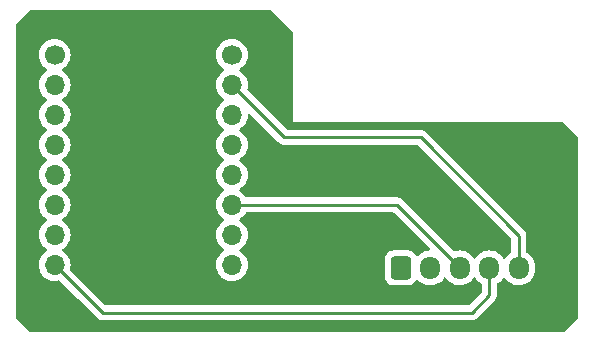
<source format=gbr>
%TF.GenerationSoftware,KiCad,Pcbnew,7.0.6-0*%
%TF.CreationDate,2023-11-24T14:46:05+00:00*%
%TF.ProjectId,TPoS Printer,54506f53-2050-4726-996e-7465722e6b69,rev?*%
%TF.SameCoordinates,Original*%
%TF.FileFunction,Copper,L2,Bot*%
%TF.FilePolarity,Positive*%
%FSLAX46Y46*%
G04 Gerber Fmt 4.6, Leading zero omitted, Abs format (unit mm)*
G04 Created by KiCad (PCBNEW 7.0.6-0) date 2023-11-24 14:46:05*
%MOMM*%
%LPD*%
G01*
G04 APERTURE LIST*
G04 Aperture macros list*
%AMRoundRect*
0 Rectangle with rounded corners*
0 $1 Rounding radius*
0 $2 $3 $4 $5 $6 $7 $8 $9 X,Y pos of 4 corners*
0 Add a 4 corners polygon primitive as box body*
4,1,4,$2,$3,$4,$5,$6,$7,$8,$9,$2,$3,0*
0 Add four circle primitives for the rounded corners*
1,1,$1+$1,$2,$3*
1,1,$1+$1,$4,$5*
1,1,$1+$1,$6,$7*
1,1,$1+$1,$8,$9*
0 Add four rect primitives between the rounded corners*
20,1,$1+$1,$2,$3,$4,$5,0*
20,1,$1+$1,$4,$5,$6,$7,0*
20,1,$1+$1,$6,$7,$8,$9,0*
20,1,$1+$1,$8,$9,$2,$3,0*%
G04 Aperture macros list end*
%TA.AperFunction,ComponentPad*%
%ADD10RoundRect,0.250000X-0.600000X-0.725000X0.600000X-0.725000X0.600000X0.725000X-0.600000X0.725000X0*%
%TD*%
%TA.AperFunction,ComponentPad*%
%ADD11O,1.700000X1.950000*%
%TD*%
%TA.AperFunction,ComponentPad*%
%ADD12C,1.700000*%
%TD*%
%TA.AperFunction,ComponentPad*%
%ADD13O,1.700000X1.700000*%
%TD*%
%TA.AperFunction,Conductor*%
%ADD14C,0.250000*%
%TD*%
G04 APERTURE END LIST*
D10*
%TO.P,JST_XH_B5B-XH-A_1x05,1*%
%TO.N,N/C*%
X97376000Y-67564000D03*
D11*
%TO.P,JST_XH_B5B-XH-A_1x05,2*%
X99876000Y-67564000D03*
%TO.P,JST_XH_B5B-XH-A_1x05,3*%
X102376000Y-67564000D03*
%TO.P,JST_XH_B5B-XH-A_1x05,4*%
X104876000Y-67564000D03*
%TO.P,JST_XH_B5B-XH-A_1x05,5*%
X107376000Y-67564000D03*
%TD*%
D12*
%TO.P,REF\u002A\u002A,1*%
%TO.N,N/C*%
X68072000Y-49530000D03*
D13*
%TO.P,REF\u002A\u002A,2*%
X68072000Y-52070000D03*
%TO.P,REF\u002A\u002A,3*%
X68072000Y-54610000D03*
%TO.P,REF\u002A\u002A,4*%
X68072000Y-57150000D03*
%TO.P,REF\u002A\u002A,5*%
X68072000Y-59690000D03*
%TO.P,REF\u002A\u002A,6*%
X68072000Y-62230000D03*
%TO.P,REF\u002A\u002A,7*%
X68072000Y-64770000D03*
%TO.P,REF\u002A\u002A,8*%
X68072000Y-67310000D03*
%TD*%
D12*
%TO.P,REF\u002A\u002A,1*%
%TO.N,N/C*%
X83072000Y-49530000D03*
D13*
%TO.P,REF\u002A\u002A,2*%
X83072000Y-52070000D03*
%TO.P,REF\u002A\u002A,3*%
X83072000Y-54610000D03*
%TO.P,REF\u002A\u002A,4*%
X83072000Y-57150000D03*
%TO.P,REF\u002A\u002A,5*%
X83072000Y-59690000D03*
%TO.P,REF\u002A\u002A,6*%
X83072000Y-62230000D03*
%TO.P,REF\u002A\u002A,7*%
X83072000Y-64770000D03*
%TO.P,REF\u002A\u002A,8*%
X83072000Y-67310000D03*
%TD*%
D14*
%TO.N,*%
X83072000Y-52070000D02*
X87517000Y-56515000D01*
X87517000Y-56515000D02*
X99060000Y-56515000D01*
X99060000Y-56515000D02*
X107376000Y-64831000D01*
X107376000Y-64831000D02*
X107376000Y-67564000D01*
X83072000Y-62230000D02*
X97042000Y-62230000D01*
X103378000Y-71374000D02*
X104876000Y-69876000D01*
X72136000Y-71374000D02*
X103378000Y-71374000D01*
X97042000Y-62230000D02*
X102376000Y-67564000D01*
X104876000Y-69876000D02*
X104876000Y-67564000D01*
X68072000Y-67310000D02*
X72136000Y-71374000D01*
%TD*%
%TA.AperFunction,NonConductor*%
G36*
X86375677Y-45739685D02*
G01*
X86396319Y-45756319D01*
X88228681Y-47588681D01*
X88262166Y-47650004D01*
X88265000Y-47676362D01*
X88265000Y-55245000D01*
X111073638Y-55245000D01*
X111140677Y-55264685D01*
X111161319Y-55281319D01*
X112358681Y-56478681D01*
X112392166Y-56540004D01*
X112395000Y-56566362D01*
X112395000Y-71703638D01*
X112375315Y-71770677D01*
X112358681Y-71791319D01*
X111161319Y-72988681D01*
X111099996Y-73022166D01*
X111073638Y-73025000D01*
X66091362Y-73025000D01*
X66024323Y-73005315D01*
X66003681Y-72988681D01*
X64806319Y-71791319D01*
X64772834Y-71729996D01*
X64770000Y-71703638D01*
X64770000Y-67310000D01*
X66716341Y-67310000D01*
X66736936Y-67545403D01*
X66736938Y-67545413D01*
X66798094Y-67773655D01*
X66798096Y-67773659D01*
X66798097Y-67773663D01*
X66868391Y-67924408D01*
X66897965Y-67987830D01*
X66897967Y-67987834D01*
X67006281Y-68142521D01*
X67033505Y-68181401D01*
X67200599Y-68348495D01*
X67251457Y-68384106D01*
X67394165Y-68484032D01*
X67394167Y-68484033D01*
X67394170Y-68484035D01*
X67608337Y-68583903D01*
X67836592Y-68645063D01*
X68024918Y-68661539D01*
X68071999Y-68665659D01*
X68072000Y-68665659D01*
X68072001Y-68665659D01*
X68111234Y-68662226D01*
X68307408Y-68645063D01*
X68407873Y-68618143D01*
X68477722Y-68619806D01*
X68527646Y-68650236D01*
X70090164Y-70212755D01*
X71635197Y-71757788D01*
X71645022Y-71770051D01*
X71645243Y-71769869D01*
X71650214Y-71775878D01*
X71671043Y-71795437D01*
X71700635Y-71823226D01*
X71721529Y-71844120D01*
X71727011Y-71848373D01*
X71731443Y-71852157D01*
X71765418Y-71884062D01*
X71782976Y-71893714D01*
X71799233Y-71904393D01*
X71815064Y-71916673D01*
X71834737Y-71925186D01*
X71857833Y-71935182D01*
X71863077Y-71937750D01*
X71903908Y-71960197D01*
X71916523Y-71963435D01*
X71923305Y-71965177D01*
X71941719Y-71971481D01*
X71960104Y-71979438D01*
X72006157Y-71986732D01*
X72011826Y-71987906D01*
X72056981Y-71999500D01*
X72077016Y-71999500D01*
X72096413Y-72001026D01*
X72116196Y-72004160D01*
X72162583Y-71999775D01*
X72168422Y-71999500D01*
X103295257Y-71999500D01*
X103310877Y-72001224D01*
X103310904Y-72000939D01*
X103318660Y-72001671D01*
X103318667Y-72001673D01*
X103387814Y-71999500D01*
X103417350Y-71999500D01*
X103424228Y-71998630D01*
X103430041Y-71998172D01*
X103476627Y-71996709D01*
X103495869Y-71991117D01*
X103514912Y-71987174D01*
X103534792Y-71984664D01*
X103578122Y-71967507D01*
X103583646Y-71965617D01*
X103587396Y-71964527D01*
X103628390Y-71952618D01*
X103645629Y-71942422D01*
X103663103Y-71933862D01*
X103681727Y-71926488D01*
X103681727Y-71926487D01*
X103681732Y-71926486D01*
X103719449Y-71899082D01*
X103724305Y-71895892D01*
X103764420Y-71872170D01*
X103778589Y-71857999D01*
X103793379Y-71845368D01*
X103809587Y-71833594D01*
X103839299Y-71797676D01*
X103843212Y-71793376D01*
X105259787Y-70376802D01*
X105272042Y-70366986D01*
X105271859Y-70366764D01*
X105277866Y-70361792D01*
X105277877Y-70361786D01*
X105308775Y-70328882D01*
X105325227Y-70311364D01*
X105335671Y-70300918D01*
X105346120Y-70290471D01*
X105350379Y-70284978D01*
X105354152Y-70280561D01*
X105386062Y-70246582D01*
X105395715Y-70229020D01*
X105406389Y-70212770D01*
X105418673Y-70196936D01*
X105437180Y-70154167D01*
X105439749Y-70148924D01*
X105462196Y-70108093D01*
X105462197Y-70108092D01*
X105467177Y-70088691D01*
X105473478Y-70070288D01*
X105481438Y-70051896D01*
X105488730Y-70005849D01*
X105489911Y-70000152D01*
X105501500Y-69955019D01*
X105501500Y-69934982D01*
X105503027Y-69915582D01*
X105506160Y-69895804D01*
X105501775Y-69849415D01*
X105501500Y-69843577D01*
X105501500Y-68964225D01*
X105521185Y-68897186D01*
X105554373Y-68862653D01*
X105747401Y-68727495D01*
X105914495Y-68560401D01*
X106024426Y-68403401D01*
X106079001Y-68359778D01*
X106148500Y-68352584D01*
X106210855Y-68384106D01*
X106227571Y-68403398D01*
X106284033Y-68484035D01*
X106337506Y-68560403D01*
X106422165Y-68645061D01*
X106504599Y-68727495D01*
X106547675Y-68757657D01*
X106698165Y-68863032D01*
X106698167Y-68863033D01*
X106698170Y-68863035D01*
X106912337Y-68962903D01*
X106912343Y-68962904D01*
X106912344Y-68962905D01*
X106953050Y-68973812D01*
X107140592Y-69024063D01*
X107317034Y-69039500D01*
X107375999Y-69044659D01*
X107376000Y-69044659D01*
X107376001Y-69044659D01*
X107434966Y-69039500D01*
X107611408Y-69024063D01*
X107839663Y-68962903D01*
X108053829Y-68863035D01*
X108247401Y-68727495D01*
X108414495Y-68560401D01*
X108550035Y-68366829D01*
X108649903Y-68152663D01*
X108711063Y-67924408D01*
X108726500Y-67747966D01*
X108726500Y-67380034D01*
X108711063Y-67203592D01*
X108649903Y-66975337D01*
X108550035Y-66761171D01*
X108537936Y-66743891D01*
X108414494Y-66567597D01*
X108247402Y-66400506D01*
X108247401Y-66400505D01*
X108063170Y-66271505D01*
X108054376Y-66265347D01*
X108010751Y-66210770D01*
X108001500Y-66163772D01*
X108001500Y-64913742D01*
X108003224Y-64898123D01*
X108002939Y-64898097D01*
X108003671Y-64890339D01*
X108003673Y-64890333D01*
X108001499Y-64821185D01*
X108001500Y-64791650D01*
X108000631Y-64784770D01*
X108000172Y-64778943D01*
X107998709Y-64732372D01*
X107993122Y-64713144D01*
X107989174Y-64694084D01*
X107986663Y-64674204D01*
X107969512Y-64630887D01*
X107967619Y-64625358D01*
X107954618Y-64580609D01*
X107954616Y-64580606D01*
X107944423Y-64563371D01*
X107935861Y-64545894D01*
X107928487Y-64527270D01*
X107928486Y-64527268D01*
X107901079Y-64489545D01*
X107897888Y-64484686D01*
X107874172Y-64444583D01*
X107874165Y-64444574D01*
X107860006Y-64430415D01*
X107847368Y-64415619D01*
X107835594Y-64399413D01*
X107799688Y-64369709D01*
X107795376Y-64365786D01*
X99560803Y-56131212D01*
X99550980Y-56118950D01*
X99550759Y-56119134D01*
X99545786Y-56113123D01*
X99544059Y-56111501D01*
X99495364Y-56065773D01*
X99484919Y-56055328D01*
X99474475Y-56044883D01*
X99468986Y-56040625D01*
X99464561Y-56036847D01*
X99430582Y-56004938D01*
X99430580Y-56004936D01*
X99430577Y-56004935D01*
X99413029Y-55995288D01*
X99396763Y-55984604D01*
X99380933Y-55972325D01*
X99338168Y-55953818D01*
X99332922Y-55951248D01*
X99292093Y-55928803D01*
X99292092Y-55928802D01*
X99272693Y-55923822D01*
X99254281Y-55917518D01*
X99235898Y-55909562D01*
X99235892Y-55909560D01*
X99189874Y-55902272D01*
X99184152Y-55901087D01*
X99139021Y-55889500D01*
X99139019Y-55889500D01*
X99118984Y-55889500D01*
X99099586Y-55887973D01*
X99092162Y-55886797D01*
X99079805Y-55884840D01*
X99079804Y-55884840D01*
X99033416Y-55889225D01*
X99027578Y-55889500D01*
X87827453Y-55889500D01*
X87760414Y-55869815D01*
X87739772Y-55853181D01*
X84412237Y-52525646D01*
X84378752Y-52464323D01*
X84380142Y-52405876D01*
X84407063Y-52305408D01*
X84427659Y-52070000D01*
X84407063Y-51834592D01*
X84345903Y-51606337D01*
X84246035Y-51392171D01*
X84110495Y-51198599D01*
X84110494Y-51198597D01*
X83943402Y-51031506D01*
X83943396Y-51031501D01*
X83757842Y-50901575D01*
X83714217Y-50846998D01*
X83707023Y-50777500D01*
X83738546Y-50715145D01*
X83757842Y-50698425D01*
X83780026Y-50682891D01*
X83943401Y-50568495D01*
X84110495Y-50401401D01*
X84246035Y-50207830D01*
X84345903Y-49993663D01*
X84407063Y-49765408D01*
X84427659Y-49530000D01*
X84407063Y-49294592D01*
X84345903Y-49066337D01*
X84246035Y-48852171D01*
X84110495Y-48658599D01*
X84110494Y-48658597D01*
X83943402Y-48491506D01*
X83943395Y-48491501D01*
X83749834Y-48355967D01*
X83749830Y-48355965D01*
X83749829Y-48355964D01*
X83535663Y-48256097D01*
X83535659Y-48256096D01*
X83535655Y-48256094D01*
X83307413Y-48194938D01*
X83307403Y-48194936D01*
X83072001Y-48174341D01*
X83071999Y-48174341D01*
X82836596Y-48194936D01*
X82836586Y-48194938D01*
X82608344Y-48256094D01*
X82608335Y-48256098D01*
X82394171Y-48355964D01*
X82394169Y-48355965D01*
X82200597Y-48491505D01*
X82033505Y-48658597D01*
X81897965Y-48852169D01*
X81897964Y-48852171D01*
X81798098Y-49066335D01*
X81798094Y-49066344D01*
X81736938Y-49294586D01*
X81736936Y-49294596D01*
X81716341Y-49529999D01*
X81716341Y-49530000D01*
X81736936Y-49765403D01*
X81736938Y-49765413D01*
X81798094Y-49993655D01*
X81798096Y-49993659D01*
X81798097Y-49993663D01*
X81897965Y-50207830D01*
X81897967Y-50207834D01*
X82033501Y-50401395D01*
X82033506Y-50401402D01*
X82200597Y-50568493D01*
X82200603Y-50568498D01*
X82386158Y-50698425D01*
X82429783Y-50753002D01*
X82436977Y-50822500D01*
X82405454Y-50884855D01*
X82386158Y-50901575D01*
X82200597Y-51031505D01*
X82033505Y-51198597D01*
X81897965Y-51392169D01*
X81897964Y-51392171D01*
X81798098Y-51606335D01*
X81798094Y-51606344D01*
X81736938Y-51834586D01*
X81736936Y-51834596D01*
X81716341Y-52069999D01*
X81716341Y-52070000D01*
X81736936Y-52305403D01*
X81736938Y-52305413D01*
X81798094Y-52533655D01*
X81798096Y-52533659D01*
X81798097Y-52533663D01*
X81897965Y-52747829D01*
X81897965Y-52747830D01*
X81897967Y-52747834D01*
X82033501Y-52941395D01*
X82033506Y-52941402D01*
X82200597Y-53108493D01*
X82200603Y-53108498D01*
X82386158Y-53238425D01*
X82429783Y-53293002D01*
X82436977Y-53362500D01*
X82405454Y-53424855D01*
X82386158Y-53441575D01*
X82200597Y-53571505D01*
X82033505Y-53738597D01*
X81897965Y-53932169D01*
X81897964Y-53932171D01*
X81798098Y-54146335D01*
X81798094Y-54146344D01*
X81736938Y-54374586D01*
X81736936Y-54374596D01*
X81716341Y-54609999D01*
X81716341Y-54610000D01*
X81736936Y-54845403D01*
X81736938Y-54845413D01*
X81798094Y-55073655D01*
X81798096Y-55073659D01*
X81798097Y-55073663D01*
X81877993Y-55245000D01*
X81897965Y-55287830D01*
X81897967Y-55287834D01*
X82033501Y-55481395D01*
X82033506Y-55481402D01*
X82200597Y-55648493D01*
X82200603Y-55648498D01*
X82386158Y-55778425D01*
X82429783Y-55833002D01*
X82436977Y-55902500D01*
X82405454Y-55964855D01*
X82386158Y-55981575D01*
X82200597Y-56111505D01*
X82033505Y-56278597D01*
X81897965Y-56472169D01*
X81897964Y-56472171D01*
X81798098Y-56686335D01*
X81798094Y-56686344D01*
X81736938Y-56914586D01*
X81736936Y-56914596D01*
X81716341Y-57149999D01*
X81716341Y-57150000D01*
X81736936Y-57385403D01*
X81736938Y-57385413D01*
X81798094Y-57613655D01*
X81798096Y-57613659D01*
X81798097Y-57613663D01*
X81897965Y-57827829D01*
X81897965Y-57827830D01*
X81897967Y-57827834D01*
X82033501Y-58021395D01*
X82033506Y-58021402D01*
X82200597Y-58188493D01*
X82200603Y-58188498D01*
X82386158Y-58318425D01*
X82429783Y-58373002D01*
X82436977Y-58442500D01*
X82405454Y-58504855D01*
X82386158Y-58521575D01*
X82200597Y-58651505D01*
X82033505Y-58818597D01*
X81897965Y-59012169D01*
X81897964Y-59012171D01*
X81798098Y-59226335D01*
X81798094Y-59226344D01*
X81736938Y-59454586D01*
X81736936Y-59454596D01*
X81716341Y-59689999D01*
X81716341Y-59690000D01*
X81736936Y-59925403D01*
X81736938Y-59925413D01*
X81798094Y-60153655D01*
X81798096Y-60153659D01*
X81798097Y-60153663D01*
X81897965Y-60367830D01*
X81897967Y-60367834D01*
X82033501Y-60561395D01*
X82033506Y-60561402D01*
X82200597Y-60728493D01*
X82200603Y-60728498D01*
X82386158Y-60858425D01*
X82429783Y-60913002D01*
X82436977Y-60982500D01*
X82405454Y-61044855D01*
X82386158Y-61061575D01*
X82200597Y-61191505D01*
X82033505Y-61358597D01*
X81897965Y-61552169D01*
X81897964Y-61552171D01*
X81798098Y-61766335D01*
X81798094Y-61766344D01*
X81736938Y-61994586D01*
X81736936Y-61994596D01*
X81716341Y-62229999D01*
X81716341Y-62230000D01*
X81736936Y-62465403D01*
X81736938Y-62465413D01*
X81798094Y-62693655D01*
X81798096Y-62693659D01*
X81798097Y-62693663D01*
X81873563Y-62855500D01*
X81897965Y-62907830D01*
X81897967Y-62907834D01*
X82006281Y-63062521D01*
X82033501Y-63101396D01*
X82033506Y-63101402D01*
X82200597Y-63268493D01*
X82200603Y-63268498D01*
X82386158Y-63398425D01*
X82429783Y-63453002D01*
X82436977Y-63522500D01*
X82405454Y-63584855D01*
X82386158Y-63601575D01*
X82200597Y-63731505D01*
X82033505Y-63898597D01*
X81897965Y-64092169D01*
X81897964Y-64092171D01*
X81798098Y-64306335D01*
X81798094Y-64306344D01*
X81736938Y-64534586D01*
X81736936Y-64534596D01*
X81716341Y-64769999D01*
X81716341Y-64770000D01*
X81736936Y-65005403D01*
X81736938Y-65005413D01*
X81798094Y-65233655D01*
X81798096Y-65233659D01*
X81798097Y-65233663D01*
X81897965Y-65447830D01*
X81897967Y-65447834D01*
X82033501Y-65641395D01*
X82033506Y-65641402D01*
X82200597Y-65808493D01*
X82200603Y-65808498D01*
X82386158Y-65938425D01*
X82429783Y-65993002D01*
X82436977Y-66062500D01*
X82405454Y-66124855D01*
X82386158Y-66141575D01*
X82200597Y-66271505D01*
X82033505Y-66438597D01*
X81897965Y-66632169D01*
X81897964Y-66632171D01*
X81798098Y-66846335D01*
X81798094Y-66846344D01*
X81736938Y-67074586D01*
X81736936Y-67074596D01*
X81716341Y-67309999D01*
X81716341Y-67310000D01*
X81736936Y-67545403D01*
X81736938Y-67545413D01*
X81798094Y-67773655D01*
X81798096Y-67773659D01*
X81798097Y-67773663D01*
X81868391Y-67924408D01*
X81897965Y-67987830D01*
X81897967Y-67987834D01*
X82006281Y-68142521D01*
X82033505Y-68181401D01*
X82200599Y-68348495D01*
X82251457Y-68384106D01*
X82394165Y-68484032D01*
X82394167Y-68484033D01*
X82394170Y-68484035D01*
X82608337Y-68583903D01*
X82836592Y-68645063D01*
X83024918Y-68661539D01*
X83071999Y-68665659D01*
X83072000Y-68665659D01*
X83072001Y-68665659D01*
X83111234Y-68662226D01*
X83307408Y-68645063D01*
X83535663Y-68583903D01*
X83749830Y-68484035D01*
X83943401Y-68348495D01*
X84110495Y-68181401D01*
X84246035Y-67987830D01*
X84345903Y-67773663D01*
X84407063Y-67545408D01*
X84427659Y-67310000D01*
X84407063Y-67074592D01*
X84345903Y-66846337D01*
X84246035Y-66632171D01*
X84200822Y-66567599D01*
X84110494Y-66438597D01*
X83943402Y-66271506D01*
X83943396Y-66271501D01*
X83757842Y-66141575D01*
X83714217Y-66086998D01*
X83707023Y-66017500D01*
X83738546Y-65955145D01*
X83757842Y-65938425D01*
X83834902Y-65884467D01*
X83943401Y-65808495D01*
X84110495Y-65641401D01*
X84246035Y-65447830D01*
X84345903Y-65233663D01*
X84407063Y-65005408D01*
X84427659Y-64770000D01*
X84407063Y-64534592D01*
X84345903Y-64306337D01*
X84246035Y-64092171D01*
X84110495Y-63898599D01*
X84110494Y-63898597D01*
X83943402Y-63731506D01*
X83943396Y-63731501D01*
X83757842Y-63601575D01*
X83714217Y-63546998D01*
X83707023Y-63477500D01*
X83738546Y-63415145D01*
X83757842Y-63398425D01*
X83780026Y-63382891D01*
X83943401Y-63268495D01*
X84110495Y-63101401D01*
X84245651Y-62908377D01*
X84300229Y-62864752D01*
X84347227Y-62855500D01*
X96731548Y-62855500D01*
X96798587Y-62875185D01*
X96819229Y-62891819D01*
X99811877Y-65884467D01*
X99845362Y-65945790D01*
X99840378Y-66015482D01*
X99798506Y-66071415D01*
X99735005Y-66095676D01*
X99640596Y-66103936D01*
X99640586Y-66103938D01*
X99412344Y-66165094D01*
X99412335Y-66165098D01*
X99198171Y-66264964D01*
X99198169Y-66264965D01*
X99004597Y-66400505D01*
X98857398Y-66547705D01*
X98796075Y-66581190D01*
X98726383Y-66576206D01*
X98670450Y-66534334D01*
X98664178Y-66525120D01*
X98568712Y-66370344D01*
X98444657Y-66246289D01*
X98444656Y-66246289D01*
X98444656Y-66246288D01*
X98339137Y-66181204D01*
X98295336Y-66154187D01*
X98295331Y-66154185D01*
X98293862Y-66153698D01*
X98128797Y-66099001D01*
X98128795Y-66099000D01*
X98026010Y-66088500D01*
X96725998Y-66088500D01*
X96725981Y-66088501D01*
X96623203Y-66099000D01*
X96623200Y-66099001D01*
X96456668Y-66154185D01*
X96456663Y-66154187D01*
X96307342Y-66246289D01*
X96183289Y-66370342D01*
X96091187Y-66519663D01*
X96091185Y-66519668D01*
X96072450Y-66576206D01*
X96036001Y-66686203D01*
X96036001Y-66686204D01*
X96036000Y-66686204D01*
X96025500Y-66788983D01*
X96025500Y-68339001D01*
X96025501Y-68339018D01*
X96036000Y-68441796D01*
X96036001Y-68441799D01*
X96081894Y-68580294D01*
X96091186Y-68608334D01*
X96183288Y-68757656D01*
X96307344Y-68881712D01*
X96456666Y-68973814D01*
X96623203Y-69028999D01*
X96725991Y-69039500D01*
X98026008Y-69039499D01*
X98128797Y-69028999D01*
X98295334Y-68973814D01*
X98444656Y-68881712D01*
X98568712Y-68757656D01*
X98660814Y-68608334D01*
X98660814Y-68608331D01*
X98664178Y-68602879D01*
X98716126Y-68556154D01*
X98785088Y-68544931D01*
X98849170Y-68572774D01*
X98857398Y-68580294D01*
X99004599Y-68727495D01*
X99047675Y-68757657D01*
X99198165Y-68863032D01*
X99198167Y-68863033D01*
X99198170Y-68863035D01*
X99412337Y-68962903D01*
X99412343Y-68962904D01*
X99412344Y-68962905D01*
X99453050Y-68973812D01*
X99640592Y-69024063D01*
X99817034Y-69039500D01*
X99875999Y-69044659D01*
X99876000Y-69044659D01*
X99876001Y-69044659D01*
X99934966Y-69039500D01*
X100111408Y-69024063D01*
X100339663Y-68962903D01*
X100553829Y-68863035D01*
X100747401Y-68727495D01*
X100914495Y-68560401D01*
X101024426Y-68403401D01*
X101079001Y-68359778D01*
X101148500Y-68352584D01*
X101210855Y-68384106D01*
X101227571Y-68403398D01*
X101284033Y-68484035D01*
X101337506Y-68560403D01*
X101422165Y-68645061D01*
X101504599Y-68727495D01*
X101547675Y-68757657D01*
X101698165Y-68863032D01*
X101698167Y-68863033D01*
X101698170Y-68863035D01*
X101912337Y-68962903D01*
X101912343Y-68962904D01*
X101912344Y-68962905D01*
X101953050Y-68973812D01*
X102140592Y-69024063D01*
X102317034Y-69039500D01*
X102375999Y-69044659D01*
X102376000Y-69044659D01*
X102376001Y-69044659D01*
X102434966Y-69039500D01*
X102611408Y-69024063D01*
X102839663Y-68962903D01*
X103053829Y-68863035D01*
X103247401Y-68727495D01*
X103414495Y-68560401D01*
X103524426Y-68403401D01*
X103579001Y-68359778D01*
X103648500Y-68352584D01*
X103710855Y-68384106D01*
X103727571Y-68403398D01*
X103784033Y-68484035D01*
X103837506Y-68560403D01*
X103922165Y-68645061D01*
X104004599Y-68727495D01*
X104197624Y-68862653D01*
X104241248Y-68917228D01*
X104250500Y-68964226D01*
X104250500Y-69565547D01*
X104230815Y-69632586D01*
X104214181Y-69653228D01*
X103155228Y-70712181D01*
X103093905Y-70745666D01*
X103067547Y-70748500D01*
X72446452Y-70748500D01*
X72379413Y-70728815D01*
X72358771Y-70712181D01*
X69412237Y-67765646D01*
X69378752Y-67704323D01*
X69380142Y-67645876D01*
X69407063Y-67545408D01*
X69427659Y-67310000D01*
X69407063Y-67074592D01*
X69345903Y-66846337D01*
X69246035Y-66632171D01*
X69200822Y-66567599D01*
X69110494Y-66438597D01*
X68943402Y-66271506D01*
X68943396Y-66271501D01*
X68757842Y-66141575D01*
X68714217Y-66086998D01*
X68707023Y-66017500D01*
X68738546Y-65955145D01*
X68757842Y-65938425D01*
X68834902Y-65884467D01*
X68943401Y-65808495D01*
X69110495Y-65641401D01*
X69246035Y-65447830D01*
X69345903Y-65233663D01*
X69407063Y-65005408D01*
X69427659Y-64770000D01*
X69407063Y-64534592D01*
X69345903Y-64306337D01*
X69246035Y-64092171D01*
X69110495Y-63898599D01*
X69110494Y-63898597D01*
X68943402Y-63731506D01*
X68943396Y-63731501D01*
X68757842Y-63601575D01*
X68714217Y-63546998D01*
X68707023Y-63477500D01*
X68738546Y-63415145D01*
X68757842Y-63398425D01*
X68780026Y-63382891D01*
X68943401Y-63268495D01*
X69110495Y-63101401D01*
X69246035Y-62907830D01*
X69345903Y-62693663D01*
X69407063Y-62465408D01*
X69427659Y-62230000D01*
X69407063Y-61994592D01*
X69345903Y-61766337D01*
X69246035Y-61552171D01*
X69245652Y-61551623D01*
X69110494Y-61358597D01*
X68943402Y-61191506D01*
X68943396Y-61191501D01*
X68757842Y-61061575D01*
X68714217Y-61006998D01*
X68707023Y-60937500D01*
X68738546Y-60875145D01*
X68757842Y-60858425D01*
X68780026Y-60842891D01*
X68943401Y-60728495D01*
X69110495Y-60561401D01*
X69246035Y-60367830D01*
X69345903Y-60153663D01*
X69407063Y-59925408D01*
X69427659Y-59690000D01*
X69407063Y-59454592D01*
X69345903Y-59226337D01*
X69246035Y-59012171D01*
X69110495Y-58818599D01*
X69110494Y-58818597D01*
X68943402Y-58651506D01*
X68943396Y-58651501D01*
X68757842Y-58521575D01*
X68714217Y-58466998D01*
X68707023Y-58397500D01*
X68738546Y-58335145D01*
X68757842Y-58318425D01*
X68780026Y-58302891D01*
X68943401Y-58188495D01*
X69110495Y-58021401D01*
X69246035Y-57827830D01*
X69345903Y-57613663D01*
X69407063Y-57385408D01*
X69427659Y-57150000D01*
X69427235Y-57145159D01*
X69413605Y-56989364D01*
X69407063Y-56914592D01*
X69345903Y-56686337D01*
X69246035Y-56472171D01*
X69110495Y-56278599D01*
X69110494Y-56278597D01*
X68943402Y-56111506D01*
X68943396Y-56111501D01*
X68757842Y-55981575D01*
X68714217Y-55926998D01*
X68707023Y-55857500D01*
X68738546Y-55795145D01*
X68757842Y-55778425D01*
X68780026Y-55762891D01*
X68943401Y-55648495D01*
X69110495Y-55481401D01*
X69246035Y-55287830D01*
X69345903Y-55073663D01*
X69407063Y-54845408D01*
X69427659Y-54610000D01*
X69427625Y-54609617D01*
X69419426Y-54515898D01*
X69407063Y-54374592D01*
X69345903Y-54146337D01*
X69246035Y-53932171D01*
X69110495Y-53738599D01*
X69110494Y-53738597D01*
X68943402Y-53571506D01*
X68943396Y-53571501D01*
X68757842Y-53441575D01*
X68714217Y-53386998D01*
X68707023Y-53317500D01*
X68738546Y-53255145D01*
X68757842Y-53238425D01*
X68780026Y-53222891D01*
X68943401Y-53108495D01*
X69110495Y-52941401D01*
X69246035Y-52747830D01*
X69345903Y-52533663D01*
X69407063Y-52305408D01*
X69427659Y-52070000D01*
X69407063Y-51834592D01*
X69345903Y-51606337D01*
X69246035Y-51392171D01*
X69110495Y-51198599D01*
X69110494Y-51198597D01*
X68943402Y-51031506D01*
X68943396Y-51031501D01*
X68757842Y-50901575D01*
X68714217Y-50846998D01*
X68707023Y-50777500D01*
X68738546Y-50715145D01*
X68757842Y-50698425D01*
X68780026Y-50682891D01*
X68943401Y-50568495D01*
X69110495Y-50401401D01*
X69246035Y-50207830D01*
X69345903Y-49993663D01*
X69407063Y-49765408D01*
X69427659Y-49530000D01*
X69407063Y-49294592D01*
X69345903Y-49066337D01*
X69246035Y-48852171D01*
X69110495Y-48658599D01*
X69110494Y-48658597D01*
X68943402Y-48491506D01*
X68943395Y-48491501D01*
X68749834Y-48355967D01*
X68749830Y-48355965D01*
X68749830Y-48355964D01*
X68535663Y-48256097D01*
X68535659Y-48256096D01*
X68535655Y-48256094D01*
X68307413Y-48194938D01*
X68307403Y-48194936D01*
X68072001Y-48174341D01*
X68071999Y-48174341D01*
X67836596Y-48194936D01*
X67836586Y-48194938D01*
X67608344Y-48256094D01*
X67608335Y-48256098D01*
X67394171Y-48355964D01*
X67394169Y-48355965D01*
X67200597Y-48491505D01*
X67033505Y-48658597D01*
X66897965Y-48852169D01*
X66897964Y-48852171D01*
X66798098Y-49066335D01*
X66798094Y-49066344D01*
X66736938Y-49294586D01*
X66736936Y-49294596D01*
X66716341Y-49529999D01*
X66716341Y-49530000D01*
X66736936Y-49765403D01*
X66736938Y-49765413D01*
X66798094Y-49993655D01*
X66798096Y-49993659D01*
X66798097Y-49993663D01*
X66897965Y-50207829D01*
X66897965Y-50207830D01*
X66897967Y-50207834D01*
X67033501Y-50401395D01*
X67033506Y-50401402D01*
X67200597Y-50568493D01*
X67200603Y-50568498D01*
X67386158Y-50698425D01*
X67429783Y-50753002D01*
X67436977Y-50822500D01*
X67405454Y-50884855D01*
X67386158Y-50901575D01*
X67200597Y-51031505D01*
X67033505Y-51198597D01*
X66897965Y-51392169D01*
X66897964Y-51392171D01*
X66798098Y-51606335D01*
X66798094Y-51606344D01*
X66736938Y-51834586D01*
X66736936Y-51834596D01*
X66716341Y-52069999D01*
X66716341Y-52070000D01*
X66736936Y-52305403D01*
X66736938Y-52305413D01*
X66798094Y-52533655D01*
X66798096Y-52533659D01*
X66798097Y-52533663D01*
X66897965Y-52747829D01*
X66897965Y-52747830D01*
X66897967Y-52747834D01*
X67033501Y-52941395D01*
X67033506Y-52941402D01*
X67200597Y-53108493D01*
X67200603Y-53108498D01*
X67386158Y-53238425D01*
X67429783Y-53293002D01*
X67436977Y-53362500D01*
X67405454Y-53424855D01*
X67386158Y-53441575D01*
X67200597Y-53571505D01*
X67033505Y-53738597D01*
X66897965Y-53932169D01*
X66897964Y-53932171D01*
X66798098Y-54146335D01*
X66798094Y-54146344D01*
X66736938Y-54374586D01*
X66736936Y-54374596D01*
X66716341Y-54609999D01*
X66716341Y-54610000D01*
X66736936Y-54845403D01*
X66736938Y-54845413D01*
X66798094Y-55073655D01*
X66798096Y-55073659D01*
X66798097Y-55073663D01*
X66877993Y-55245000D01*
X66897965Y-55287830D01*
X66897967Y-55287834D01*
X67033501Y-55481395D01*
X67033506Y-55481402D01*
X67200597Y-55648493D01*
X67200603Y-55648498D01*
X67386158Y-55778425D01*
X67429783Y-55833002D01*
X67436977Y-55902500D01*
X67405454Y-55964855D01*
X67386158Y-55981575D01*
X67200597Y-56111505D01*
X67033505Y-56278597D01*
X66897965Y-56472169D01*
X66897964Y-56472171D01*
X66798098Y-56686335D01*
X66798094Y-56686344D01*
X66736938Y-56914586D01*
X66736936Y-56914596D01*
X66716341Y-57149999D01*
X66716341Y-57150000D01*
X66736936Y-57385403D01*
X66736938Y-57385413D01*
X66798094Y-57613655D01*
X66798096Y-57613659D01*
X66798097Y-57613663D01*
X66897965Y-57827829D01*
X66897965Y-57827830D01*
X66897967Y-57827834D01*
X67033501Y-58021395D01*
X67033506Y-58021402D01*
X67200597Y-58188493D01*
X67200603Y-58188498D01*
X67386158Y-58318425D01*
X67429783Y-58373002D01*
X67436977Y-58442500D01*
X67405454Y-58504855D01*
X67386158Y-58521575D01*
X67200597Y-58651505D01*
X67033505Y-58818597D01*
X66897965Y-59012169D01*
X66897964Y-59012171D01*
X66798098Y-59226335D01*
X66798094Y-59226344D01*
X66736938Y-59454586D01*
X66736936Y-59454596D01*
X66716341Y-59689999D01*
X66716341Y-59690000D01*
X66736936Y-59925403D01*
X66736938Y-59925413D01*
X66798094Y-60153655D01*
X66798096Y-60153659D01*
X66798097Y-60153663D01*
X66897965Y-60367829D01*
X66897965Y-60367830D01*
X66897967Y-60367834D01*
X67033501Y-60561395D01*
X67033506Y-60561402D01*
X67200597Y-60728493D01*
X67200603Y-60728498D01*
X67386158Y-60858425D01*
X67429783Y-60913002D01*
X67436977Y-60982500D01*
X67405454Y-61044855D01*
X67386158Y-61061575D01*
X67200597Y-61191505D01*
X67033505Y-61358597D01*
X66897965Y-61552169D01*
X66897964Y-61552171D01*
X66798098Y-61766335D01*
X66798094Y-61766344D01*
X66736938Y-61994586D01*
X66736936Y-61994596D01*
X66716341Y-62229999D01*
X66716341Y-62230000D01*
X66736936Y-62465403D01*
X66736938Y-62465413D01*
X66798094Y-62693655D01*
X66798096Y-62693659D01*
X66798097Y-62693663D01*
X66873563Y-62855500D01*
X66897965Y-62907830D01*
X66897967Y-62907834D01*
X67006281Y-63062521D01*
X67033501Y-63101396D01*
X67033506Y-63101402D01*
X67200597Y-63268493D01*
X67200603Y-63268498D01*
X67386158Y-63398425D01*
X67429783Y-63453002D01*
X67436977Y-63522500D01*
X67405454Y-63584855D01*
X67386158Y-63601575D01*
X67200597Y-63731505D01*
X67033505Y-63898597D01*
X66897965Y-64092169D01*
X66897964Y-64092171D01*
X66798098Y-64306335D01*
X66798094Y-64306344D01*
X66736938Y-64534586D01*
X66736936Y-64534596D01*
X66716341Y-64769999D01*
X66716341Y-64770000D01*
X66736936Y-65005403D01*
X66736938Y-65005413D01*
X66798094Y-65233655D01*
X66798096Y-65233659D01*
X66798097Y-65233663D01*
X66897965Y-65447829D01*
X66897965Y-65447830D01*
X66897967Y-65447834D01*
X67033501Y-65641395D01*
X67033506Y-65641402D01*
X67200597Y-65808493D01*
X67200603Y-65808498D01*
X67386158Y-65938425D01*
X67429783Y-65993002D01*
X67436977Y-66062500D01*
X67405454Y-66124855D01*
X67386158Y-66141575D01*
X67200597Y-66271505D01*
X67033505Y-66438597D01*
X66897965Y-66632169D01*
X66897964Y-66632171D01*
X66798098Y-66846335D01*
X66798094Y-66846344D01*
X66736938Y-67074586D01*
X66736936Y-67074596D01*
X66716341Y-67309999D01*
X66716341Y-67310000D01*
X64770000Y-67310000D01*
X64770000Y-47041362D01*
X64789685Y-46974323D01*
X64806319Y-46953681D01*
X66003681Y-45756319D01*
X66065004Y-45722834D01*
X66091362Y-45720000D01*
X86308638Y-45720000D01*
X86375677Y-45739685D01*
G37*
%TD.AperFunction*%
%TA.AperFunction,NonConductor*%
G36*
X84632862Y-54515898D02*
G01*
X84639325Y-54521916D01*
X85895834Y-55778425D01*
X87016197Y-56898788D01*
X87026022Y-56911051D01*
X87026243Y-56910869D01*
X87031214Y-56916878D01*
X87057217Y-56941295D01*
X87081635Y-56964226D01*
X87102529Y-56985120D01*
X87108011Y-56989373D01*
X87112443Y-56993157D01*
X87146418Y-57025062D01*
X87163976Y-57034714D01*
X87180235Y-57045395D01*
X87196064Y-57057673D01*
X87238838Y-57076182D01*
X87244056Y-57078738D01*
X87284908Y-57101197D01*
X87304316Y-57106180D01*
X87322717Y-57112480D01*
X87341104Y-57120437D01*
X87384488Y-57127308D01*
X87387119Y-57127725D01*
X87392839Y-57128909D01*
X87437981Y-57140500D01*
X87458016Y-57140500D01*
X87477414Y-57142026D01*
X87497194Y-57145159D01*
X87497195Y-57145160D01*
X87497195Y-57145159D01*
X87497196Y-57145160D01*
X87543583Y-57140775D01*
X87549422Y-57140500D01*
X98749548Y-57140500D01*
X98816587Y-57160185D01*
X98837229Y-57176819D01*
X106714181Y-65053771D01*
X106747666Y-65115094D01*
X106750500Y-65141452D01*
X106750500Y-66163773D01*
X106730815Y-66230812D01*
X106697623Y-66265348D01*
X106504597Y-66400505D01*
X106337505Y-66567597D01*
X106227575Y-66724595D01*
X106172998Y-66768220D01*
X106103500Y-66775414D01*
X106041145Y-66743891D01*
X106024425Y-66724595D01*
X105914494Y-66567597D01*
X105747402Y-66400506D01*
X105747395Y-66400501D01*
X105553834Y-66264967D01*
X105553830Y-66264965D01*
X105501500Y-66240563D01*
X105339663Y-66165097D01*
X105339659Y-66165096D01*
X105339655Y-66165094D01*
X105111413Y-66103938D01*
X105111403Y-66103936D01*
X104876001Y-66083341D01*
X104875999Y-66083341D01*
X104640596Y-66103936D01*
X104640586Y-66103938D01*
X104412344Y-66165094D01*
X104412335Y-66165098D01*
X104198171Y-66264964D01*
X104198169Y-66264965D01*
X104004597Y-66400505D01*
X103837505Y-66567597D01*
X103727575Y-66724595D01*
X103672998Y-66768220D01*
X103603500Y-66775414D01*
X103541145Y-66743891D01*
X103524425Y-66724595D01*
X103414494Y-66567597D01*
X103247402Y-66400506D01*
X103247395Y-66400501D01*
X103053834Y-66264967D01*
X103053830Y-66264965D01*
X103001500Y-66240563D01*
X102839663Y-66165097D01*
X102839659Y-66165096D01*
X102839655Y-66165094D01*
X102611413Y-66103938D01*
X102611403Y-66103936D01*
X102376001Y-66083341D01*
X102375999Y-66083341D01*
X102140596Y-66103936D01*
X102140586Y-66103938D01*
X101941542Y-66157271D01*
X101871692Y-66155608D01*
X101821768Y-66125177D01*
X97542803Y-61846212D01*
X97532980Y-61833950D01*
X97532759Y-61834134D01*
X97527786Y-61828123D01*
X97527785Y-61828123D01*
X97477364Y-61780773D01*
X97462926Y-61766335D01*
X97456475Y-61759883D01*
X97450986Y-61755625D01*
X97446561Y-61751847D01*
X97412582Y-61719938D01*
X97412580Y-61719936D01*
X97412577Y-61719935D01*
X97395029Y-61710288D01*
X97378763Y-61699604D01*
X97362933Y-61687325D01*
X97320168Y-61668818D01*
X97314922Y-61666248D01*
X97274093Y-61643803D01*
X97274092Y-61643802D01*
X97254693Y-61638822D01*
X97236281Y-61632518D01*
X97217898Y-61624562D01*
X97217892Y-61624560D01*
X97171874Y-61617272D01*
X97166152Y-61616087D01*
X97121021Y-61604500D01*
X97121019Y-61604500D01*
X97100984Y-61604500D01*
X97081586Y-61602973D01*
X97074162Y-61601797D01*
X97061805Y-61599840D01*
X97061804Y-61599840D01*
X97015416Y-61604225D01*
X97009578Y-61604500D01*
X84347227Y-61604500D01*
X84280188Y-61584815D01*
X84245652Y-61551623D01*
X84110494Y-61358597D01*
X83943402Y-61191506D01*
X83943396Y-61191501D01*
X83757842Y-61061575D01*
X83714217Y-61006998D01*
X83707023Y-60937500D01*
X83738546Y-60875145D01*
X83757842Y-60858425D01*
X83780026Y-60842891D01*
X83943401Y-60728495D01*
X84110495Y-60561401D01*
X84246035Y-60367830D01*
X84345903Y-60153663D01*
X84407063Y-59925408D01*
X84427659Y-59690000D01*
X84407063Y-59454592D01*
X84345903Y-59226337D01*
X84246035Y-59012171D01*
X84110495Y-58818599D01*
X84110494Y-58818597D01*
X83943402Y-58651506D01*
X83943396Y-58651501D01*
X83757842Y-58521575D01*
X83714217Y-58466998D01*
X83707023Y-58397500D01*
X83738546Y-58335145D01*
X83757842Y-58318425D01*
X83780026Y-58302891D01*
X83943401Y-58188495D01*
X84110495Y-58021401D01*
X84246035Y-57827830D01*
X84345903Y-57613663D01*
X84407063Y-57385408D01*
X84427659Y-57150000D01*
X84427235Y-57145159D01*
X84413605Y-56989364D01*
X84407063Y-56914592D01*
X84345903Y-56686337D01*
X84246035Y-56472171D01*
X84110495Y-56278599D01*
X84110494Y-56278597D01*
X83943402Y-56111506D01*
X83943396Y-56111501D01*
X83757842Y-55981575D01*
X83714217Y-55926998D01*
X83707023Y-55857500D01*
X83738546Y-55795145D01*
X83757842Y-55778425D01*
X83780026Y-55762891D01*
X83943401Y-55648495D01*
X84110495Y-55481401D01*
X84246035Y-55287830D01*
X84345903Y-55073663D01*
X84407063Y-54845408D01*
X84427659Y-54610000D01*
X84427659Y-54609999D01*
X84427659Y-54609611D01*
X84427707Y-54609445D01*
X84428131Y-54604606D01*
X84429103Y-54604691D01*
X84447344Y-54542572D01*
X84500148Y-54496817D01*
X84569306Y-54486873D01*
X84632862Y-54515898D01*
G37*
%TD.AperFunction*%
M02*

</source>
